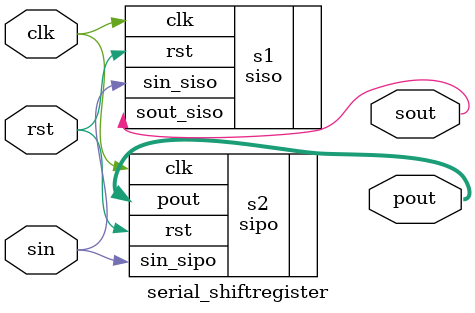
<source format=v>
`timescale 1ns / 1ps


module serial_shiftregister(

input clk,rst,
input sin,
output sout,
output [3:0] pout

    );
    
//Module instantiation

//Serial in serial out
siso s1( .clk(clk),
          .rst(rst),
          .sin_siso(sin),
          .sout_siso(sout)
          );
         
// Serial in parallel out
sipo s2 ( .clk(clk),
          .rst(rst),
          .sin_sipo(sin),
          .pout(pout )
          
          );
          
          
endmodule

</source>
